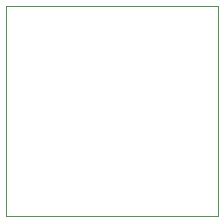
<source format=gbr>
G04 #@! TF.FileFunction,Profile,NP*
%FSLAX46Y46*%
G04 Gerber Fmt 4.6, Leading zero omitted, Abs format (unit mm)*
G04 Created by KiCad (PCBNEW 0.201506122246+5743~23~ubuntu14.10.1-product) date Sat 13 Jun 2015 11:54:28 PM EDT*
%MOMM*%
G01*
G04 APERTURE LIST*
%ADD10C,0.100000*%
G04 APERTURE END LIST*
D10*
X173291500Y-110934500D02*
X173164500Y-110934500D01*
X173291500Y-128714500D02*
X173291500Y-110934500D01*
X155321000Y-110934500D02*
X173228000Y-110934500D01*
X155321000Y-128714500D02*
X155321000Y-110934500D01*
X173291500Y-128714500D02*
X155321000Y-128714500D01*
M02*

</source>
